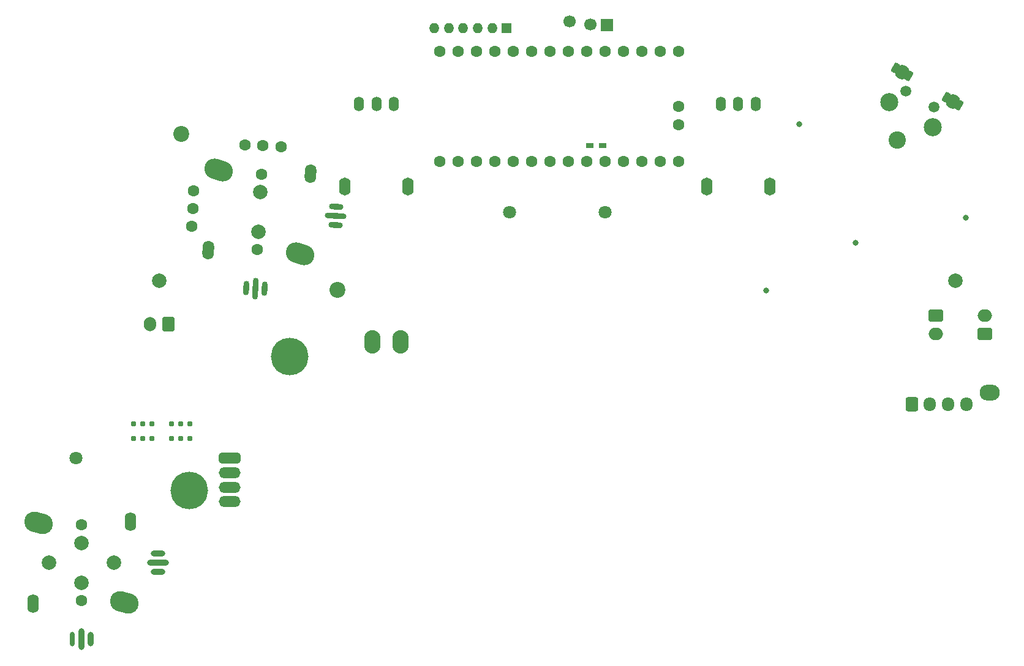
<source format=gbs>
%TF.GenerationSoftware,KiCad,Pcbnew,(6.0.7)*%
%TF.CreationDate,2022-10-08T01:47:53-07:00*%
%TF.ProjectId,PhobGCC,50686f62-4743-4432-9e6b-696361645f70,rev?*%
%TF.SameCoordinates,Original*%
%TF.FileFunction,Soldermask,Bot*%
%TF.FilePolarity,Negative*%
%FSLAX46Y46*%
G04 Gerber Fmt 4.6, Leading zero omitted, Abs format (unit mm)*
G04 Created by KiCad (PCBNEW (6.0.7)) date 2022-10-08 01:47:53*
%MOMM*%
%LPD*%
G01*
G04 APERTURE LIST*
G04 Aperture macros list*
%AMRoundRect*
0 Rectangle with rounded corners*
0 $1 Rounding radius*
0 $2 $3 $4 $5 $6 $7 $8 $9 X,Y pos of 4 corners*
0 Add a 4 corners polygon primitive as box body*
4,1,4,$2,$3,$4,$5,$6,$7,$8,$9,$2,$3,0*
0 Add four circle primitives for the rounded corners*
1,1,$1+$1,$2,$3*
1,1,$1+$1,$4,$5*
1,1,$1+$1,$6,$7*
1,1,$1+$1,$8,$9*
0 Add four rect primitives between the rounded corners*
20,1,$1+$1,$2,$3,$4,$5,0*
20,1,$1+$1,$4,$5,$6,$7,0*
20,1,$1+$1,$6,$7,$8,$9,0*
20,1,$1+$1,$8,$9,$2,$3,0*%
%AMHorizOval*
0 Thick line with rounded ends*
0 $1 width*
0 $2 $3 position (X,Y) of the first rounded end (center of the circle)*
0 $4 $5 position (X,Y) of the second rounded end (center of the circle)*
0 Add line between two ends*
20,1,$1,$2,$3,$4,$5,0*
0 Add two circle primitives to create the rounded ends*
1,1,$1,$2,$3*
1,1,$1,$4,$5*%
G04 Aperture macros list end*
%ADD10O,1.600000X2.500000*%
%ADD11O,1.400000X2.000000*%
%ADD12R,1.400000X1.400000*%
%ADD13O,1.400000X1.400000*%
%ADD14C,1.600000*%
%ADD15O,1.600000X2.600000*%
%ADD16C,2.000000*%
%ADD17HorizOval,2.800000X-0.577898X0.161352X0.577898X-0.161352X0*%
%ADD18O,0.700000X2.000000*%
%ADD19O,0.800000X3.000000*%
%ADD20O,0.800000X2.000000*%
%ADD21O,2.000000X0.800000*%
%ADD22O,3.000000X0.800000*%
%ADD23O,2.800000X2.200000*%
%ADD24C,0.800000*%
%ADD25C,2.400000*%
%ADD26C,1.498000*%
%ADD27RoundRect,0.200000X-0.423205X-0.333013X-0.076795X-0.533013X0.423205X0.333013X0.076795X0.533013X0*%
%ADD28C,2.500000*%
%ADD29C,5.200000*%
%ADD30C,1.800000*%
%ADD31C,1.700000*%
%ADD32C,0.787400*%
%ADD33C,2.200000*%
%ADD34R,1.700000X1.700000*%
%ADD35HorizOval,0.800000X-0.599178X0.031402X0.599178X-0.031402X0*%
%ADD36HorizOval,0.800000X-1.098492X0.057570X1.098492X-0.057570X0*%
%ADD37HorizOval,0.800000X0.031402X0.599178X-0.031402X-0.599178X0*%
%ADD38HorizOval,0.800000X0.057570X1.098492X-0.057570X-1.098492X0*%
%ADD39HorizOval,2.800000X-0.568661X0.191376X0.568661X-0.191376X0*%
%ADD40HorizOval,1.600000X0.026168X0.499315X-0.026168X-0.499315X0*%
%ADD41RoundRect,0.250000X0.750000X-0.600000X0.750000X0.600000X-0.750000X0.600000X-0.750000X-0.600000X0*%
%ADD42O,2.000000X1.700000*%
%ADD43RoundRect,0.250000X-0.600000X-0.725000X0.600000X-0.725000X0.600000X0.725000X-0.600000X0.725000X0*%
%ADD44O,1.700000X1.950000*%
%ADD45RoundRect,0.250000X-0.750000X0.600000X-0.750000X-0.600000X0.750000X-0.600000X0.750000X0.600000X0*%
%ADD46RoundRect,0.375000X1.125000X0.375000X-1.125000X0.375000X-1.125000X-0.375000X1.125000X-0.375000X0*%
%ADD47O,3.000000X1.500000*%
%ADD48R,1.000000X0.700000*%
%ADD49RoundRect,0.250000X0.600000X0.750000X-0.600000X0.750000X-0.600000X-0.750000X0.600000X-0.750000X0*%
%ADD50O,1.700000X2.000000*%
%ADD51O,2.250000X3.250000*%
G04 APERTURE END LIST*
D10*
X130480052Y-49303830D03*
X139180052Y-49303830D03*
D11*
X137230052Y-37803830D03*
X134830052Y-37803830D03*
X132430052Y-37803830D03*
X82430052Y-37803830D03*
X84830052Y-37803830D03*
X87230052Y-37803830D03*
D10*
X89180052Y-49303830D03*
X80480052Y-49303830D03*
D12*
X102830052Y-27303830D03*
D13*
X100830052Y-27303830D03*
X98830052Y-27303830D03*
X96830052Y-27303830D03*
X94830052Y-27303830D03*
X92830052Y-27303830D03*
D14*
X44064052Y-106579830D03*
D15*
X37314052Y-107004830D03*
D16*
X44064052Y-98604830D03*
X44064052Y-104104830D03*
D15*
X50814052Y-95704830D03*
D17*
X49994052Y-106834830D03*
D14*
X44064052Y-96129830D03*
D17*
X38134052Y-95874830D03*
D18*
X42794052Y-111954830D03*
D19*
X44064052Y-111954830D03*
D20*
X45334052Y-111954830D03*
D21*
X54664052Y-102624830D03*
D22*
X54664052Y-101354830D03*
D21*
X54664052Y-100084830D03*
D23*
X169630052Y-77803830D03*
D24*
X166274072Y-53559865D03*
D25*
X156830052Y-42803830D03*
D16*
X48564052Y-101354830D03*
D26*
X158032938Y-36053830D03*
X161930052Y-38303830D03*
D27*
X156552445Y-32878119D03*
X158414400Y-33953119D03*
X163593231Y-36943119D03*
X165403225Y-37988119D03*
D16*
X157465432Y-33416779D03*
X164493898Y-37463119D03*
D28*
X155700406Y-37593894D03*
X161762584Y-41093894D03*
D24*
X138701106Y-63699081D03*
D29*
X72830052Y-72803830D03*
D30*
X103230052Y-52803830D03*
D14*
X93597000Y-45800000D03*
X96137000Y-45800000D03*
X98677000Y-45800000D03*
X101217000Y-45800000D03*
X103757000Y-45800000D03*
X106297000Y-45800000D03*
X108837000Y-45800000D03*
X111377000Y-45800000D03*
X113917000Y-45800000D03*
X116457000Y-45800000D03*
X118997000Y-45800000D03*
X121537000Y-45800000D03*
X124077000Y-45800000D03*
X126617000Y-45800000D03*
X126617000Y-40720000D03*
X126617000Y-38180000D03*
X126617000Y-30560000D03*
X124077000Y-30560000D03*
X121537000Y-30560000D03*
X118997000Y-30560000D03*
X116457000Y-30560000D03*
X113917000Y-30560000D03*
X111377000Y-30560000D03*
X108837000Y-30560000D03*
X106297000Y-30560000D03*
X103757000Y-30560000D03*
X101217000Y-30560000D03*
X98677000Y-30560000D03*
X96137000Y-30560000D03*
X93597000Y-30560000D03*
D16*
X54830052Y-62303830D03*
D31*
X114425000Y-26850000D03*
D32*
X56519052Y-82090830D03*
X57789052Y-82090830D03*
X59059052Y-82090830D03*
X57789052Y-84121680D03*
X59059052Y-84121680D03*
X56519052Y-84121680D03*
D16*
X39564052Y-101354830D03*
D33*
X79413430Y-63587208D03*
D34*
X116730052Y-26903830D03*
D14*
X59316903Y-54817145D03*
X59447743Y-52320571D03*
X59578583Y-49823997D03*
X66620052Y-43483830D03*
X69116626Y-43614670D03*
X71613200Y-43745510D03*
D35*
X79287075Y-52088564D03*
D36*
X79220608Y-53356823D03*
D35*
X79154141Y-54625083D03*
D37*
X69348633Y-63454002D03*
D38*
X68080374Y-63387535D03*
D37*
X66812114Y-63321068D03*
D16*
X68491211Y-55548293D03*
D39*
X74270207Y-58584904D03*
D14*
X68361680Y-58019901D03*
D16*
X68779059Y-50055831D03*
D40*
X75671583Y-47513073D03*
D39*
X63000063Y-47019220D03*
D14*
X68908590Y-47584223D03*
D40*
X61598687Y-58091051D03*
D30*
X43264052Y-86879830D03*
X116430052Y-52803830D03*
D32*
X52488052Y-84121680D03*
X53758052Y-82090830D03*
X52488052Y-82090830D03*
X51218052Y-82090830D03*
X53758052Y-84121680D03*
X51218052Y-84121680D03*
D29*
X58914052Y-91354830D03*
D24*
X151080052Y-57053830D03*
D31*
X111550000Y-26450000D03*
D16*
X164830052Y-62303830D03*
D24*
X143248724Y-40605989D03*
D33*
X57846674Y-42020451D03*
D41*
X168950000Y-69675000D03*
D42*
X168950000Y-67175000D03*
D43*
X158850000Y-79400000D03*
D44*
X161350000Y-79400000D03*
X163850000Y-79400000D03*
X166350000Y-79400000D03*
D45*
X162125000Y-67175000D03*
D42*
X162125000Y-69675000D03*
D46*
X64500000Y-86900000D03*
D47*
X64500000Y-88900000D03*
X64500000Y-90900000D03*
X64500000Y-92900000D03*
D48*
X114300000Y-43575000D03*
X116100000Y-43575000D03*
D49*
X56025000Y-68350000D03*
D50*
X53525000Y-68350000D03*
D51*
X84230052Y-70803830D03*
X88130052Y-70803830D03*
M02*

</source>
